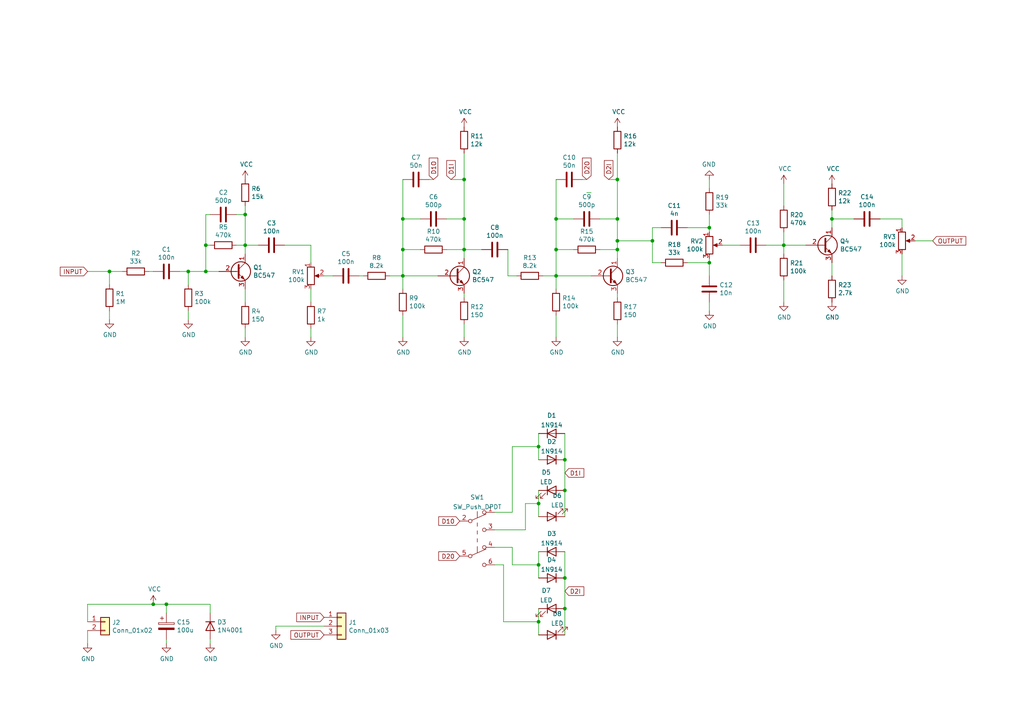
<source format=kicad_sch>
(kicad_sch (version 20211123) (generator eeschema)
  (paper "A4")
  (title_block (title "Muff Board") (rev "1") (company "Carbon Audio"))
  (lib_symbols
    (symbol "Connector_Generic:Conn_01x02" (pin_names (offset 1.016) hide)
      (property "Reference" "J" (at 0 2.54 0))
      (property "Value" "Conn_01x02" (at 0 -5.08 0))
      (symbol "Conn_01x02_1_1"
        (rectangle (start -1.27 -2.413) (end 0 -2.667) (stroke (width 0.1524)))
        (rectangle (start -1.27 0.127) (end 0 -0.127) (stroke (width 0.1524)))
        (rectangle (start -1.27 1.27) (end 1.27 -3.81) (stroke (width 0.254)) (fill (type background)))
        (pin passive line (at -5.08 0 0) (length 3.81) (name "Pin_1") (number "1"))
        (pin passive line (at -5.08 -2.54 0) (length 3.81) (name "Pin_2") (number "2"))
      )
    )
    (symbol "Connector_Generic:Conn_01x03" (pin_names (offset 1.016) hide)
      (property "Reference" "J" (at 0 5.08 0))
      (property "Value" "Conn_01x03" (at 0 -5.08 0))
      (symbol "Conn_01x03_1_1"
        (rectangle (start -1.27 -2.413) (end 0 -2.667) (stroke (width 0.1524)))
        (rectangle (start -1.27 0.127) (end 0 -0.127) (stroke (width 0.1524)))
        (rectangle (start -1.27 2.667) (end 0 2.413) (stroke (width 0.1524)))
        (rectangle (start -1.27 3.81) (end 1.27 -3.81) (stroke (width 0.254)) (fill (type background)))
        (pin passive line (at -5.08 2.54 0) (length 3.81) (name "Pin_1") (number "1"))
        (pin passive line (at -5.08 0 0) (length 3.81) (name "Pin_2") (number "2"))
        (pin passive line (at -5.08 -2.54 0) (length 3.81) (name "Pin_3") (number "3"))
      )
    )
    (symbol "Device:C" (pin_numbers hide) (pin_names (offset 0.254))
      (property "Reference" "C" (at 0.635 2.54 0))
      (property "Value" "C" (at 0.635 -2.54 0))
      (symbol "C_0_1"
        (polyline (pts (xy -2.032 -0.762) (xy 2.032 -0.762)) (stroke (width 0.508)))
        (polyline (pts (xy -2.032 0.762) (xy 2.032 0.762)) (stroke (width 0.508)))
      )
      (symbol "C_1_1"
        (pin passive line (at 0 3.81 270) (length 2.794) (name "~") (number "1"))
        (pin passive line (at 0 -3.81 90) (length 2.794) (name "~") (number "2"))
      )
    )
    (symbol "Device:CP" (pin_numbers hide) (pin_names (offset 0.254))
      (property "Reference" "C" (at 0.635 2.54 0))
      (property "Value" "Device_CP" (at 0.635 -2.54 0))
      (symbol "CP_0_1"
        (rectangle (start -2.286 0.508) (end 2.286 1.016))
        (polyline (pts (xy -1.778 2.286) (xy -0.762 2.286)))
        (polyline (pts (xy -1.27 2.794) (xy -1.27 1.778)))
        (rectangle (start 2.286 -0.508) (end -2.286 -1.016) (fill (type outline)))
      )
      (symbol "CP_1_1"
        (pin passive line (at 0 3.81 270) (length 2.794) (name "~") (number "1"))
        (pin passive line (at 0 -3.81 90) (length 2.794) (name "~") (number "2"))
      )
    )
    (symbol "Device:LED" (pin_numbers hide) (pin_names (offset 1.016) hide)
      (property "Reference" "D" (at 0 2.54 0))
      (property "Value" "LED" (at 0 -2.54 0))
      (symbol "LED_0_1"
        (polyline (pts (xy -1.27 -1.27) (xy -1.27 1.27)) (stroke (width 0.254)))
        (polyline (pts (xy -1.27 0) (xy 1.27 0)))
        (polyline (pts (xy 1.27 -1.27) (xy 1.27 1.27) (xy -1.27 0) (xy 1.27 -1.27)) (stroke (width 0.254)))
        (polyline (pts (xy -3.048 -0.762) (xy -4.572 -2.286) (xy -3.81 -2.286) (xy -4.572 -2.286) (xy -4.572 -1.524)))
        (polyline (pts (xy -1.778 -0.762) (xy -3.302 -2.286) (xy -2.54 -2.286) (xy -3.302 -2.286) (xy -3.302 -1.524)))
      )
      (symbol "LED_1_1"
        (pin passive line (at -3.81 0 0) (length 2.54) (name "K") (number "1"))
        (pin passive line (at 3.81 0 180) (length 2.54) (name "A") (number "2"))
      )
    )
    (symbol "Device:R" (pin_numbers hide) (pin_names (offset 0))
      (property "Reference" "R" (at 2.032 0 90))
      (property "Value" "R" (at 0 0 90))
      (symbol "R_0_1"
        (rectangle (start -1.016 -2.54) (end 1.016 2.54) (stroke (width 0.254)))
      )
      (symbol "R_1_1"
        (pin passive line (at 0 3.81 270) (length 1.27) (name "~") (number "1"))
        (pin passive line (at 0 -3.81 90) (length 1.27) (name "~") (number "2"))
      )
    )
    (symbol "Device:R_POT" (pin_names (offset 1.016) hide)
      (property "Reference" "RV" (at -4.445 0 90))
      (property "Value" "Device_R_POT" (at -2.54 0 90))
      (symbol "R_POT_0_1"
        (polyline (pts (xy 2.54 0) (xy 1.524 0)))
        (polyline (pts (xy 1.143 0) (xy 2.286 0.508) (xy 2.286 -0.508) (xy 1.143 0)) (fill (type outline)))
        (rectangle (start 1.016 2.54) (end -1.016 -2.54) (stroke (width 0.254)))
      )
      (symbol "R_POT_1_1"
        (pin passive line (at 0 3.81 270) (length 1.27) (name "1") (number "1"))
        (pin passive line (at 3.81 0 180) (length 1.27) (name "2") (number "2"))
        (pin passive line (at 0 -3.81 90) (length 1.27) (name "3") (number "3"))
      )
    )
    (symbol "Diode:1N4001" (pin_numbers hide) (pin_names (offset 1.016) hide)
      (property "Reference" "D" (at 0 2.54 0))
      (property "Value" "1N4001" (at 0 -2.54 0))
      (symbol "1N4001_0_1"
        (polyline (pts (xy -1.27 1.27) (xy -1.27 -1.27)) (stroke (width 0.254)))
        (polyline (pts (xy 1.27 0) (xy -1.27 0)))
        (polyline (pts (xy 1.27 1.27) (xy 1.27 -1.27) (xy -1.27 0) (xy 1.27 1.27)) (stroke (width 0.254)))
      )
      (symbol "1N4001_1_1"
        (pin passive line (at -3.81 0 0) (length 2.54) (name "K") (number "1"))
        (pin passive line (at 3.81 0 180) (length 2.54) (name "A") (number "2"))
      )
    )
    (symbol "Diode:1N914" (pin_numbers hide) (pin_names (offset 1.016) hide)
      (property "Reference" "D" (at 0 2.54 0))
      (property "Value" "1N914" (at 0 -2.54 0))
      (symbol "1N914_0_1"
        (polyline (pts (xy -1.27 1.27) (xy -1.27 -1.27)) (stroke (width 0.254)))
        (polyline (pts (xy 1.27 0) (xy -1.27 0)))
        (polyline (pts (xy 1.27 1.27) (xy 1.27 -1.27) (xy -1.27 0) (xy 1.27 1.27)) (stroke (width 0.254)))
      )
      (symbol "1N914_1_1"
        (pin passive line (at -3.81 0 0) (length 2.54) (name "K") (number "1"))
        (pin passive line (at 3.81 0 180) (length 2.54) (name "A") (number "2"))
      )
    )
    (symbol "Switch:SW_Push_DPDT" (pin_names (offset 0) hide)
      (property "Reference" "SW" (at 0 8.89 0))
      (property "Value" "SW_Push_DPDT" (at 0 -10.16 0))
      (symbol "SW_Push_DPDT_0_0"
        (circle (center -2.032 -5.08) (radius 0.508))
        (circle (center -2.032 5.08) (radius 0.508))
        (circle (center 2.032 -7.62) (radius 0.508))
        (circle (center 2.032 2.54) (radius 0.508))
      )
      (symbol "SW_Push_DPDT_0_1"
        (polyline (pts (xy -1.524 -4.826) (xy 2.54 -3.048)))
        (polyline (pts (xy -1.524 5.334) (xy 2.54 7.112)))
        (polyline (pts (xy 0 -2.286) (xy 0 -4.064)))
        (polyline (pts (xy 0 -1.016) (xy 0 0)))
        (polyline (pts (xy 0 1.27) (xy 0 2.286)))
        (polyline (pts (xy 0 3.556) (xy 0 4.572)))
        (polyline (pts (xy 0 7.874) (xy 0 6.096)))
        (circle (center 2.032 -2.54) (radius 0.508))
        (circle (center 2.032 7.62) (radius 0.508))
      )
      (symbol "SW_Push_DPDT_1_1"
        (pin passive line (at 5.08 7.62 180) (length 2.54) (name "A") (number "1"))
        (pin passive line (at -5.08 5.08 0) (length 2.54) (name "B") (number "2"))
        (pin passive line (at 5.08 2.54 180) (length 2.54) (name "C") (number "3"))
        (pin passive line (at 5.08 -2.54 180) (length 2.54) (name "A") (number "4"))
        (pin passive line (at -5.08 -5.08 0) (length 2.54) (name "B") (number "5"))
        (pin passive line (at 5.08 -7.62 180) (length 2.54) (name "C") (number "6"))
      )
    )
    (symbol "Transistor_BJT:BC547" (pin_names (offset 0) hide)
      (property "Reference" "Q" (at 5.08 1.905 0))
      (property "Value" "BC547" (at 5.08 0 0))
      (symbol "BC547_0_1"
        (polyline (pts (xy 0 0) (xy 0.635 0)))
        (polyline (pts (xy 0.635 0.635) (xy 2.54 2.54)))
        (polyline (pts (xy 0.635 -0.635) (xy 2.54 -2.54) (xy 2.54 -2.54)))
        (polyline (pts (xy 0.635 1.905) (xy 0.635 -1.905) (xy 0.635 -1.905)) (stroke (width 0.508)))
        (polyline (pts (xy 1.27 -1.778) (xy 1.778 -1.27) (xy 2.286 -2.286) (xy 1.27 -1.778) (xy 1.27 -1.778)) (fill (type outline)))
        (circle (center 1.27 0) (radius 2.8194) (stroke (width 0.254)))
      )
      (symbol "BC547_1_1"
        (pin passive line (at 2.54 5.08 270) (length 2.54) (name "C") (number "1"))
        (pin input line (at -5.08 0 0) (length 5.08) (name "B") (number "2"))
        (pin passive line (at 2.54 -5.08 90) (length 2.54) (name "E") (number "3"))
      )
    )
    (symbol "power:GND" (power) (pin_names (offset 0))
      (property "Value" "GND" (at 0 -3.81 0))
      (symbol "GND_0_1"
        (polyline (pts (xy 0 0) (xy 0 -1.27) (xy 1.27 -1.27) (xy 0 -2.54) (xy -1.27 -1.27) (xy 0 -1.27)))
      )
      (symbol "GND_1_1"
        (pin power_in line (at 0 0 270) (length 0) hide (name "GND") (number "1"))
      )
    )
    (symbol "power:VCC" (power) (pin_names (offset 0))
      (property "Value" "VCC" (at 0 3.81 0))
      (symbol "VCC_0_1"
        (polyline (pts (xy -0.762 1.27) (xy 0 2.54)))
        (polyline (pts (xy 0 0) (xy 0 2.54)))
        (polyline (pts (xy 0 2.54) (xy 0.762 1.27)))
      )
      (symbol "VCC_1_1"
        (pin power_in line (at 0 0 90) (length 0) hide (name "VCC") (number "1"))
      )
    )
  )
  (junction (at 179.07 52.07))
  (junction (at 179.07 72.39))
  (junction (at 48.26 175.26))
  (junction (at 161.29 80.01))
  (junction (at 205.74 66.04))
  (junction (at 59.69 78.74))
  (junction (at 179.07 69.85))
  (junction (at 163.83 167.64))
  (junction (at 161.29 72.39))
  (junction (at 134.62 52.07))
  (junction (at 156.21 129.54))
  (junction (at 156.21 180.34))
  (junction (at 134.62 63.5))
  (junction (at 227.33 71.12))
  (junction (at 189.23 69.85))
  (junction (at 241.3 63.5))
  (junction (at 134.62 72.39))
  (junction (at 179.07 63.5))
  (junction (at 116.84 72.39))
  (junction (at 161.29 63.5))
  (junction (at 205.74 76.2))
  (junction (at 116.84 63.5))
  (junction (at 163.83 142.24))
  (junction (at 54.61 78.74))
  (junction (at 31.75 78.74))
  (junction (at 156.21 163.83))
  (junction (at 71.12 71.12))
  (junction (at 163.83 176.53))
  (junction (at 44.45 175.26))
  (junction (at 71.12 62.23))
  (junction (at 163.83 133.35))
  (junction (at 156.21 146.05))
  (junction (at 59.69 71.12))
  (junction (at 116.84 80.01))
  (wire (pts (xy 148.59 163.83) (xy 148.59 158.75)))
  (wire (pts (xy 134.62 52.07) (xy 134.62 63.5)))
  (wire (pts (xy 189.23 76.2) (xy 191.77 76.2)))
  (wire (pts (xy 227.33 71.12) (xy 233.68 71.12)))
  (wire (pts (xy 31.75 92.71) (xy 31.75 90.17)))
  (wire (pts (xy 189.23 66.04) (xy 191.77 66.04)))
  (wire (pts (xy 161.29 80.01) (xy 171.45 80.01)))
  (wire (pts (xy 104.14 80.01) (xy 105.41 80.01)))
  (wire (pts (xy 134.62 85.09) (xy 134.62 86.36)))
  (wire (pts (xy 163.83 142.24) (xy 163.83 149.86)))
  (wire (pts (xy 227.33 81.28) (xy 227.33 87.63)))
  (wire (pts (xy 93.98 80.01) (xy 96.52 80.01)))
  (wire (pts (xy 143.51 153.67) (xy 152.4 153.67)))
  (wire (pts (xy 129.54 63.5) (xy 134.62 63.5)))
  (wire (pts (xy 261.62 63.5) (xy 261.62 66.04)))
  (wire (pts (xy 227.33 53.34) (xy 227.33 59.69)))
  (wire (pts (xy 205.74 66.04) (xy 205.74 67.31)))
  (wire (pts (xy 90.17 95.25) (xy 90.17 97.79)))
  (wire (pts (xy 179.07 72.39) (xy 179.07 74.93)))
  (wire (pts (xy 255.27 63.5) (xy 261.62 63.5)))
  (wire (pts (xy 68.58 62.23) (xy 71.12 62.23)))
  (wire (pts (xy 261.62 80.01) (xy 261.62 73.66)))
  (wire (pts (xy 241.3 80.01) (xy 241.3 76.2)))
  (wire (pts (xy 48.26 177.8) (xy 48.26 175.26)))
  (wire (pts (xy 161.29 63.5) (xy 161.29 72.39)))
  (wire (pts (xy 116.84 80.01) (xy 127 80.01)))
  (wire (pts (xy 189.23 69.85) (xy 189.23 66.04)))
  (wire (pts (xy 124.46 52.07) (xy 125.73 52.07)))
  (wire (pts (xy 90.17 71.12) (xy 90.17 76.2)))
  (wire (pts (xy 179.07 69.85) (xy 189.23 69.85)))
  (wire (pts (xy 71.12 95.25) (xy 71.12 97.79)))
  (wire (pts (xy 156.21 176.53) (xy 156.21 180.34)))
  (wire (pts (xy 59.69 62.23) (xy 59.69 71.12)))
  (wire (pts (xy 205.74 76.2) (xy 205.74 74.93)))
  (wire (pts (xy 241.3 63.5) (xy 247.65 63.5)))
  (wire (pts (xy 156.21 146.05) (xy 156.21 149.86)))
  (wire (pts (xy 31.75 82.55) (xy 31.75 78.74)))
  (wire (pts (xy 163.83 133.35) (xy 163.83 142.24)))
  (wire (pts (xy 143.51 163.83) (xy 146.05 163.83)))
  (wire (pts (xy 71.12 87.63) (xy 71.12 83.82)))
  (wire (pts (xy 129.54 72.39) (xy 134.62 72.39)))
  (wire (pts (xy 52.07 78.74) (xy 54.61 78.74)))
  (wire (pts (xy 205.74 66.04) (xy 205.74 62.23)))
  (wire (pts (xy 130.81 52.07) (xy 134.62 52.07)))
  (wire (pts (xy 161.29 80.01) (xy 161.29 72.39)))
  (wire (pts (xy 179.07 52.07) (xy 179.07 63.5)))
  (wire (pts (xy 147.32 80.01) (xy 149.86 80.01)))
  (wire (pts (xy 134.62 72.39) (xy 139.7 72.39)))
  (wire (pts (xy 25.4 78.74) (xy 31.75 78.74)))
  (wire (pts (xy 71.12 73.66) (xy 71.12 71.12)))
  (wire (pts (xy 205.74 87.63) (xy 205.74 90.17)))
  (wire (pts (xy 152.4 146.05) (xy 156.21 146.05)))
  (wire (pts (xy 173.99 63.5) (xy 179.07 63.5)))
  (wire (pts (xy 143.51 148.59) (xy 148.59 148.59)))
  (wire (pts (xy 116.84 63.5) (xy 116.84 72.39)))
  (wire (pts (xy 227.33 71.12) (xy 227.33 67.31)))
  (wire (pts (xy 241.3 63.5) (xy 241.3 60.96)))
  (wire (pts (xy 121.92 63.5) (xy 116.84 63.5)))
  (wire (pts (xy 161.29 97.79) (xy 161.29 91.44)))
  (wire (pts (xy 161.29 72.39) (xy 166.37 72.39)))
  (wire (pts (xy 25.4 186.69) (xy 25.4 182.88)))
  (wire (pts (xy 116.84 80.01) (xy 116.84 72.39)))
  (wire (pts (xy 179.07 69.85) (xy 179.07 72.39)))
  (wire (pts (xy 134.62 97.79) (xy 134.62 93.98)))
  (wire (pts (xy 156.21 129.54) (xy 156.21 133.35)))
  (wire (pts (xy 134.62 72.39) (xy 134.62 74.93)))
  (wire (pts (xy 156.21 125.73) (xy 156.21 129.54)))
  (wire (pts (xy 163.83 160.02) (xy 163.83 167.64)))
  (wire (pts (xy 227.33 73.66) (xy 227.33 71.12)))
  (wire (pts (xy 25.4 175.26) (xy 44.45 175.26)))
  (wire (pts (xy 80.01 181.61) (xy 93.98 181.61)))
  (wire (pts (xy 82.55 71.12) (xy 90.17 71.12)))
  (wire (pts (xy 71.12 62.23) (xy 71.12 59.69)))
  (wire (pts (xy 179.07 85.09) (xy 179.07 86.36)))
  (wire (pts (xy 199.39 76.2) (xy 205.74 76.2)))
  (wire (pts (xy 147.32 72.39) (xy 147.32 80.01)))
  (wire (pts (xy 189.23 76.2) (xy 189.23 69.85)))
  (wire (pts (xy 54.61 92.71) (xy 54.61 90.17)))
  (wire (pts (xy 173.99 72.39) (xy 179.07 72.39)))
  (wire (pts (xy 54.61 78.74) (xy 59.69 78.74)))
  (wire (pts (xy 157.48 80.01) (xy 161.29 80.01)))
  (wire (pts (xy 161.29 63.5) (xy 161.29 52.07)))
  (wire (pts (xy 166.37 63.5) (xy 161.29 63.5)))
  (wire (pts (xy 222.25 71.12) (xy 227.33 71.12)))
  (wire (pts (xy 48.26 185.42) (xy 48.26 186.69)))
  (wire (pts (xy 156.21 142.24) (xy 156.21 146.05)))
  (wire (pts (xy 179.07 97.79) (xy 179.07 93.98)))
  (wire (pts (xy 156.21 160.02) (xy 156.21 163.83)))
  (wire (pts (xy 146.05 163.83) (xy 146.05 180.34)))
  (wire (pts (xy 71.12 71.12) (xy 74.93 71.12)))
  (wire (pts (xy 163.83 125.73) (xy 163.83 133.35)))
  (wire (pts (xy 205.74 76.2) (xy 205.74 80.01)))
  (wire (pts (xy 146.05 180.34) (xy 156.21 180.34)))
  (wire (pts (xy 44.45 175.26) (xy 48.26 175.26)))
  (wire (pts (xy 116.84 80.01) (xy 116.84 83.82)))
  (wire (pts (xy 80.01 182.88) (xy 80.01 181.61)))
  (wire (pts (xy 116.84 97.79) (xy 116.84 91.44)))
  (wire (pts (xy 209.55 71.12) (xy 214.63 71.12)))
  (wire (pts (xy 60.96 175.26) (xy 60.96 177.8)))
  (wire (pts (xy 134.62 44.45) (xy 134.62 52.07)))
  (wire (pts (xy 199.39 66.04) (xy 205.74 66.04)))
  (wire (pts (xy 71.12 71.12) (xy 71.12 62.23)))
  (wire (pts (xy 31.75 78.74) (xy 35.56 78.74)))
  (wire (pts (xy 163.83 167.64) (xy 163.83 176.53)))
  (wire (pts (xy 43.18 78.74) (xy 44.45 78.74)))
  (wire (pts (xy 161.29 80.01) (xy 161.29 83.82)))
  (wire (pts (xy 59.69 71.12) (xy 60.96 71.12)))
  (wire (pts (xy 48.26 175.26) (xy 60.96 175.26)))
  (wire (pts (xy 176.53 52.07) (xy 179.07 52.07)))
  (wire (pts (xy 60.96 186.69) (xy 60.96 185.42)))
  (wire (pts (xy 152.4 153.67) (xy 152.4 146.05)))
  (wire (pts (xy 170.18 55.88) (xy 171.45 55.88)))
  (wire (pts (xy 156.21 163.83) (xy 148.59 163.83)))
  (wire (pts (xy 148.59 158.75) (xy 143.51 158.75)))
  (wire (pts (xy 270.51 69.85) (xy 265.43 69.85)))
  (wire (pts (xy 241.3 66.04) (xy 241.3 63.5)))
  (wire (pts (xy 168.91 52.07) (xy 170.18 52.07)))
  (wire (pts (xy 179.07 44.45) (xy 179.07 52.07)))
  (wire (pts (xy 116.84 63.5) (xy 116.84 52.07)))
  (wire (pts (xy 156.21 180.34) (xy 156.21 184.15)))
  (wire (pts (xy 148.59 129.54) (xy 148.59 148.59)))
  (wire (pts (xy 59.69 71.12) (xy 59.69 78.74)))
  (wire (pts (xy 59.69 78.74) (xy 63.5 78.74)))
  (wire (pts (xy 156.21 129.54) (xy 148.59 129.54)))
  (wire (pts (xy 54.61 78.74) (xy 54.61 82.55)))
  (wire (pts (xy 113.03 80.01) (xy 116.84 80.01)))
  (wire (pts (xy 156.21 163.83) (xy 156.21 167.64)))
  (wire (pts (xy 90.17 83.82) (xy 90.17 87.63)))
  (wire (pts (xy 179.07 63.5) (xy 179.07 69.85)))
  (wire (pts (xy 60.96 62.23) (xy 59.69 62.23)))
  (wire (pts (xy 116.84 72.39) (xy 121.92 72.39)))
  (wire (pts (xy 68.58 71.12) (xy 71.12 71.12)))
  (wire (pts (xy 163.83 176.53) (xy 163.83 184.15)))
  (wire (pts (xy 134.62 63.5) (xy 134.62 72.39)))
  (wire (pts (xy 205.74 52.07) (xy 205.74 54.61)))
  (wire (pts (xy 25.4 180.34) (xy 25.4 175.26)))
  (global_label "D2O" (shape input) (at 170.18 52.07 90) (property "Intersheet References" "${INTERSHEET_REFS}" (effects hide)))
  (global_label "D10" (shape input) (at 133.35 151.13 180) (property "Intersheet References" "${INTERSHEET_REFS}" (effects hide)))
  (global_label "OUTPUT" (shape input) (at 270.51 69.85 0) (property "Intersheet References" "${INTERSHEET_REFS}" (effects hide)))
  (global_label "D2I" (shape input) (at 176.53 52.07 90) (property "Intersheet References" "${INTERSHEET_REFS}" (effects hide)))
  (global_label "D1I" (shape input) (at 163.83 137.16 0) (property "Intersheet References" "${INTERSHEET_REFS}" (effects hide)))
  (global_label "D1I" (shape input) (at 130.81 52.07 90) (property "Intersheet References" "${INTERSHEET_REFS}" (effects hide)))
  (global_label "INPUT" (shape input) (at 25.4 78.74 180) (property "Intersheet References" "${INTERSHEET_REFS}" (effects hide)))
  (global_label "INPUT" (shape input) (at 93.98 179.07 180) (property "Intersheet References" "${INTERSHEET_REFS}" (effects hide)))
  (global_label "OUTPUT" (shape input) (at 93.98 184.15 180) (property "Intersheet References" "${INTERSHEET_REFS}" (effects hide)))
  (global_label "D2I" (shape input) (at 163.83 171.45 0) (property "Intersheet References" "${INTERSHEET_REFS}" (effects hide)))
  (global_label "D1O" (shape input) (at 125.73 52.07 90) (property "Intersheet References" "${INTERSHEET_REFS}" (effects hide)))
  (global_label "D20" (shape input) (at 133.35 161.29 180) (property "Intersheet References" "${INTERSHEET_REFS}" (effects hide)))
  (symbol (lib_id "Device:R") (at 31.75 86.36 0) (unit 1)
    (property "Reference" "R1" (at 33.528 85.1916 0) (effects (justify left)))
    (property "Value" "1M" (at 33.528 87.503 0) (effects (justify left)))
    (property "Footprint" "Resistor_THT:R_Axial_DIN0207_L6.3mm_D2.5mm_P7.62mm_Horizontal" (effects hide))
  )
  (symbol (lib_id "power:GND") (at 31.75 92.71 0) (unit 1)
    (property "Reference" "#PWR0101" (effects hide))
    (property "Value" "GND" (at 31.877 97.1042 0))
  )
  (symbol (lib_id "Device:R") (at 39.37 78.74 270) (unit 1)
    (property "Reference" "R2" (at 39.37 73.4822 90))
    (property "Value" "33k" (at 39.37 75.7936 90))
    (property "Footprint" "Resistor_THT:R_Axial_DIN0207_L6.3mm_D2.5mm_P7.62mm_Horizontal" (effects hide))
  )
  (symbol (lib_id "Device:C") (at 48.26 78.74 270) (unit 1)
    (property "Reference" "C1" (at 48.26 72.3392 90))
    (property "Value" "100n" (at 48.26 74.6506 90))
    (property "Footprint" "Capacitor_THT:C_Rect_L7.0mm_W2.5mm_P5.00mm" (effects hide))
  )
  (symbol (lib_id "Transistor_BJT:BC547") (at 68.58 78.74 0) (unit 1)
    (property "Reference" "Q1" (at 73.4314 77.5716 0) (effects (justify left)))
    (property "Value" "BC547" (at 73.4314 79.883 0) (effects (justify left)))
    (property "Footprint" "Package_TO_SOT_THT:TO-92_Inline" (effects hide))
    (property "Datasheet" "https://www.onsemi.com/pub/Collateral/BC550-D.pdf" (effects hide))
  )
  (symbol (lib_id "Device:R") (at 54.61 86.36 0) (unit 1)
    (property "Reference" "R3" (at 56.388 85.1916 0) (effects (justify left)))
    (property "Value" "100k" (at 56.388 87.503 0) (effects (justify left)))
    (property "Footprint" "Resistor_THT:R_Axial_DIN0207_L6.3mm_D2.5mm_P7.62mm_Horizontal" (effects hide))
  )
  (symbol (lib_id "Device:R") (at 71.12 91.44 0) (unit 1)
    (property "Reference" "R4" (at 72.898 90.2716 0) (effects (justify left)))
    (property "Value" "150" (at 72.898 92.583 0) (effects (justify left)))
    (property "Footprint" "Resistor_THT:R_Axial_DIN0207_L6.3mm_D2.5mm_P7.62mm_Horizontal" (effects hide))
  )
  (symbol (lib_id "power:GND") (at 54.61 92.71 0) (unit 1)
    (property "Reference" "#PWR0102" (effects hide))
    (property "Value" "GND" (at 54.737 97.1042 0))
  )
  (symbol (lib_id "power:GND") (at 71.12 97.79 0) (unit 1)
    (property "Reference" "#PWR0103" (effects hide))
    (property "Value" "GND" (at 71.247 102.1842 0))
  )
  (symbol (lib_id "Device:R") (at 64.77 71.12 270) (unit 1)
    (property "Reference" "R5" (at 64.77 65.8622 90))
    (property "Value" "470k" (at 64.77 68.1736 90))
    (property "Footprint" "Resistor_THT:R_Axial_DIN0207_L6.3mm_D2.5mm_P7.62mm_Horizontal" (effects hide))
  )
  (symbol (lib_id "Device:C") (at 64.77 62.23 270) (unit 1)
    (property "Reference" "C2" (at 64.77 55.8292 90))
    (property "Value" "500p" (at 64.77 58.1406 90))
    (property "Footprint" "Capacitor_THT:C_Axial_L3.8mm_D2.6mm_P7.50mm_Horizontal" (effects hide))
  )
  (symbol (lib_id "Device:R") (at 71.12 55.88 0) (unit 1)
    (property "Reference" "R6" (at 72.898 54.7116 0) (effects (justify left)))
    (property "Value" "15k" (at 72.898 57.023 0) (effects (justify left)))
    (property "Footprint" "Resistor_THT:R_Axial_DIN0207_L6.3mm_D2.5mm_P7.62mm_Horizontal" (effects hide))
  )
  (symbol (lib_id "Device:C") (at 78.74 71.12 270) (unit 1)
    (property "Reference" "C3" (at 78.74 64.7192 90))
    (property "Value" "100n" (at 78.74 67.0306 90))
    (property "Footprint" "Capacitor_THT:C_Rect_L7.0mm_W2.5mm_P5.00mm" (effects hide))
  )
  (symbol (lib_id "Device:R_POT") (at 90.17 80.01 0) (unit 1)
    (property "Reference" "RV1" (at 88.4174 78.8416 0) (effects (justify right)))
    (property "Value" "100k" (at 88.4174 81.153 0) (effects (justify right)))
    (property "Footprint" "Potentiometer_THT:Potentiometer_Omeg_PC16BU_Vertical" (effects hide))
  )
  (symbol (lib_id "Device:R") (at 90.17 91.44 0) (unit 1)
    (property "Reference" "R7" (at 91.948 90.2716 0) (effects (justify left)))
    (property "Value" "1k" (at 91.948 92.583 0) (effects (justify left)))
    (property "Footprint" "Resistor_THT:R_Axial_DIN0207_L6.3mm_D2.5mm_P7.62mm_Horizontal" (effects hide))
  )
  (symbol (lib_id "power:GND") (at 90.17 97.79 0) (unit 1)
    (property "Reference" "#PWR0104" (effects hide))
    (property "Value" "GND" (at 90.297 102.1842 0))
  )
  (symbol (lib_id "Device:C") (at 100.33 80.01 270) (unit 1)
    (property "Reference" "C5" (at 100.33 73.6092 90))
    (property "Value" "100n" (at 100.33 75.9206 90))
    (property "Footprint" "Capacitor_THT:C_Rect_L7.0mm_W2.5mm_P5.00mm" (effects hide))
  )
  (symbol (lib_id "Device:R") (at 109.22 80.01 270) (unit 1)
    (property "Reference" "R8" (at 109.22 74.7522 90))
    (property "Value" "8.2k" (at 109.22 77.0636 90))
    (property "Footprint" "Resistor_THT:R_Axial_DIN0207_L6.3mm_D2.5mm_P7.62mm_Horizontal" (effects hide))
  )
  (symbol (lib_id "Device:R") (at 116.84 87.63 0) (unit 1)
    (property "Reference" "R9" (at 118.618 86.4616 0) (effects (justify left)))
    (property "Value" "100k" (at 118.618 88.773 0) (effects (justify left)))
    (property "Footprint" "Resistor_THT:R_Axial_DIN0207_L6.3mm_D2.5mm_P7.62mm_Horizontal" (effects hide))
  )
  (symbol (lib_id "Transistor_BJT:BC547") (at 132.08 80.01 0) (unit 1)
    (property "Reference" "Q2" (at 136.9314 78.8416 0) (effects (justify left)))
    (property "Value" "BC547" (at 136.9314 81.153 0) (effects (justify left)))
    (property "Footprint" "Package_TO_SOT_THT:TO-92_Inline" (effects hide))
    (property "Datasheet" "https://www.onsemi.com/pub/Collateral/BC550-D.pdf" (effects hide))
  )
  (symbol (lib_id "Device:R") (at 125.73 72.39 270) (unit 1)
    (property "Reference" "R10" (at 125.73 67.1322 90))
    (property "Value" "470k" (at 125.73 69.4436 90))
    (property "Footprint" "Resistor_THT:R_Axial_DIN0207_L6.3mm_D2.5mm_P7.62mm_Horizontal" (effects hide))
  )
  (symbol (lib_id "Device:C") (at 125.73 63.5 270) (unit 1)
    (property "Reference" "C6" (at 125.73 57.0992 90))
    (property "Value" "500p" (at 125.73 59.4106 90))
    (property "Footprint" "Capacitor_THT:C_Axial_L3.8mm_D2.6mm_P7.50mm_Horizontal" (effects hide))
  )
  (symbol (lib_id "Device:C") (at 120.65 52.07 270) (unit 1)
    (property "Reference" "C7" (at 120.65 45.6692 90))
    (property "Value" "50n" (at 120.65 47.9806 90))
    (property "Footprint" "Capacitor_THT:C_Rect_L7.0mm_W2.5mm_P5.00mm" (effects hide))
  )
  (symbol (lib_id "Device:R") (at 134.62 40.64 0) (unit 1)
    (property "Reference" "R11" (at 136.398 39.4716 0) (effects (justify left)))
    (property "Value" "12k" (at 136.398 41.783 0) (effects (justify left)))
    (property "Footprint" "Resistor_THT:R_Axial_DIN0207_L6.3mm_D2.5mm_P7.62mm_Horizontal" (effects hide))
  )
  (symbol (lib_id "Device:R") (at 134.62 90.17 0) (unit 1)
    (property "Reference" "R12" (at 136.398 89.0016 0) (effects (justify left)))
    (property "Value" "150" (at 136.398 91.313 0) (effects (justify left)))
    (property "Footprint" "Resistor_THT:R_Axial_DIN0207_L6.3mm_D2.5mm_P7.62mm_Horizontal" (effects hide))
  )
  (symbol (lib_id "power:GND") (at 116.84 97.79 0) (unit 1)
    (property "Reference" "#PWR0105" (effects hide))
    (property "Value" "GND" (at 116.967 102.1842 0))
  )
  (symbol (lib_id "power:GND") (at 134.62 97.79 0) (unit 1)
    (property "Reference" "#PWR0106" (effects hide))
    (property "Value" "GND" (at 134.747 102.1842 0))
  )
  (symbol (lib_id "Device:C") (at 143.51 72.39 270) (unit 1)
    (property "Reference" "C8" (at 143.51 65.9892 90))
    (property "Value" "100n" (at 143.51 68.3006 90))
    (property "Footprint" "Capacitor_THT:C_Rect_L7.0mm_W2.5mm_P5.00mm" (effects hide))
  )
  (symbol (lib_id "Device:R") (at 153.67 80.01 270) (unit 1)
    (property "Reference" "R13" (at 153.67 74.7522 90))
    (property "Value" "8.2k" (at 153.67 77.0636 90))
    (property "Footprint" "Resistor_THT:R_Axial_DIN0207_L6.3mm_D2.5mm_P7.62mm_Horizontal" (effects hide))
  )
  (symbol (lib_id "Device:R") (at 161.29 87.63 0) (unit 1)
    (property "Reference" "R14" (at 163.068 86.4616 0) (effects (justify left)))
    (property "Value" "100k" (at 163.068 88.773 0) (effects (justify left)))
    (property "Footprint" "Resistor_THT:R_Axial_DIN0207_L6.3mm_D2.5mm_P7.62mm_Horizontal" (effects hide))
  )
  (symbol (lib_id "Transistor_BJT:BC547") (at 176.53 80.01 0) (unit 1)
    (property "Reference" "Q3" (at 181.3814 78.8416 0) (effects (justify left)))
    (property "Value" "BC547" (at 181.3814 81.153 0) (effects (justify left)))
    (property "Footprint" "Package_TO_SOT_THT:TO-92_Inline" (effects hide))
    (property "Datasheet" "https://www.onsemi.com/pub/Collateral/BC550-D.pdf" (effects hide))
  )
  (symbol (lib_id "Device:R") (at 170.18 72.39 270) (unit 1)
    (property "Reference" "R15" (at 170.18 67.1322 90))
    (property "Value" "470k" (at 170.18 69.4436 90))
    (property "Footprint" "Resistor_THT:R_Axial_DIN0207_L6.3mm_D2.5mm_P7.62mm_Horizontal" (effects hide))
  )
  (symbol (lib_id "Device:C") (at 170.18 63.5 270) (unit 1)
    (property "Reference" "C9" (at 170.18 57.0992 90))
    (property "Value" "500p" (at 170.18 59.4106 90))
    (property "Footprint" "Capacitor_THT:C_Axial_L3.8mm_D2.6mm_P7.50mm_Horizontal" (effects hide))
  )
  (symbol (lib_id "Device:C") (at 165.1 52.07 270) (unit 1)
    (property "Reference" "C10" (at 165.1 45.6692 90))
    (property "Value" "50n" (at 165.1 47.9806 90))
    (property "Footprint" "Capacitor_THT:C_Rect_L7.0mm_W2.5mm_P5.00mm" (effects hide))
  )
  (symbol (lib_id "Device:R") (at 179.07 40.64 0) (unit 1)
    (property "Reference" "R16" (at 180.848 39.4716 0) (effects (justify left)))
    (property "Value" "12k" (at 180.848 41.783 0) (effects (justify left)))
    (property "Footprint" "Resistor_THT:R_Axial_DIN0207_L6.3mm_D2.5mm_P7.62mm_Horizontal" (effects hide))
  )
  (symbol (lib_id "Device:R") (at 179.07 90.17 0) (unit 1)
    (property "Reference" "R17" (at 180.848 89.0016 0) (effects (justify left)))
    (property "Value" "150" (at 180.848 91.313 0) (effects (justify left)))
    (property "Footprint" "Resistor_THT:R_Axial_DIN0207_L6.3mm_D2.5mm_P7.62mm_Horizontal" (effects hide))
  )
  (symbol (lib_id "power:GND") (at 161.29 97.79 0) (unit 1)
    (property "Reference" "#PWR0107" (effects hide))
    (property "Value" "GND" (at 161.417 102.1842 0))
  )
  (symbol (lib_id "power:GND") (at 179.07 97.79 0) (unit 1)
    (property "Reference" "#PWR0108" (effects hide))
    (property "Value" "GND" (at 179.197 102.1842 0))
  )
  (symbol (lib_id "Device:C") (at 195.58 66.04 270) (unit 1)
    (property "Reference" "C11" (at 195.58 59.6392 90))
    (property "Value" "4n" (at 195.58 61.9506 90))
    (property "Footprint" "Capacitor_THT:C_Rect_L7.0mm_W2.5mm_P5.00mm" (effects hide))
  )
  (symbol (lib_id "Device:R") (at 195.58 76.2 270) (unit 1)
    (property "Reference" "R18" (at 195.58 70.9422 90))
    (property "Value" "33k" (at 195.58 73.2536 90))
    (property "Footprint" "Resistor_THT:R_Axial_DIN0207_L6.3mm_D2.5mm_P7.62mm_Horizontal" (effects hide))
  )
  (symbol (lib_id "Device:R_POT") (at 205.74 71.12 0) (unit 1)
    (property "Reference" "RV2" (at 203.9874 69.9516 0) (effects (justify right)))
    (property "Value" "100k" (at 203.9874 72.263 0) (effects (justify right)))
    (property "Footprint" "Potentiometer_THT:Potentiometer_Omeg_PC16BU_Vertical" (effects hide))
  )
  (symbol (lib_id "Device:R") (at 205.74 58.42 0) (unit 1)
    (property "Reference" "R19" (at 207.518 57.2516 0) (effects (justify left)))
    (property "Value" "33k" (at 207.518 59.563 0) (effects (justify left)))
    (property "Footprint" "Resistor_THT:R_Axial_DIN0207_L6.3mm_D2.5mm_P7.62mm_Horizontal" (effects hide))
  )
  (symbol (lib_id "Device:C") (at 205.74 83.82 0) (unit 1)
    (property "Reference" "C12" (at 208.661 82.6516 0) (effects (justify left)))
    (property "Value" "10n" (at 208.661 84.963 0) (effects (justify left)))
    (property "Footprint" "Capacitor_THT:C_Rect_L7.0mm_W2.5mm_P5.00mm" (effects hide))
  )
  (symbol (lib_id "power:GND") (at 205.74 90.17 0) (unit 1)
    (property "Reference" "#PWR0109" (effects hide))
    (property "Value" "GND" (at 205.867 94.5642 0))
  )
  (symbol (lib_id "power:GND") (at 205.74 52.07 180) (unit 1)
    (property "Reference" "#PWR0110" (effects hide))
    (property "Value" "GND" (at 205.613 47.6758 0))
  )
  (symbol (lib_id "Device:C") (at 218.44 71.12 90) (unit 1)
    (property "Reference" "C13" (at 218.44 64.7192 90))
    (property "Value" "100n" (at 218.44 67.0306 90))
    (property "Footprint" "Capacitor_THT:C_Rect_L7.0mm_W2.5mm_P5.00mm" (effects hide))
  )
  (symbol (lib_id "Device:R") (at 227.33 63.5 0) (unit 1)
    (property "Reference" "R20" (at 229.108 62.3316 0) (effects (justify left)))
    (property "Value" "470k" (at 229.108 64.643 0) (effects (justify left)))
    (property "Footprint" "Resistor_THT:R_Axial_DIN0207_L6.3mm_D2.5mm_P7.62mm_Horizontal" (effects hide))
  )
  (symbol (lib_id "Device:R") (at 227.33 77.47 0) (unit 1)
    (property "Reference" "R21" (at 229.108 76.3016 0) (effects (justify left)))
    (property "Value" "100k" (at 229.108 78.613 0) (effects (justify left)))
    (property "Footprint" "Resistor_THT:R_Axial_DIN0207_L6.3mm_D2.5mm_P7.62mm_Horizontal" (effects hide))
  )
  (symbol (lib_id "power:GND") (at 227.33 87.63 0) (unit 1)
    (property "Reference" "#PWR0111" (effects hide))
    (property "Value" "GND" (at 227.457 92.0242 0))
  )
  (symbol (lib_id "Transistor_BJT:BC547") (at 238.76 71.12 0) (unit 1)
    (property "Reference" "Q4" (at 243.6114 69.9516 0) (effects (justify left)))
    (property "Value" "BC547" (at 243.6114 72.263 0) (effects (justify left)))
    (property "Footprint" "Package_TO_SOT_THT:TO-92_Inline" (effects hide))
    (property "Datasheet" "https://www.onsemi.com/pub/Collateral/BC550-D.pdf" (effects hide))
  )
  (symbol (lib_id "Device:R") (at 241.3 83.82 0) (unit 1)
    (property "Reference" "R23" (at 243.078 82.6516 0) (effects (justify left)))
    (property "Value" "2.7k" (at 243.078 84.963 0) (effects (justify left)))
    (property "Footprint" "Resistor_THT:R_Axial_DIN0207_L6.3mm_D2.5mm_P7.62mm_Horizontal" (effects hide))
  )
  (symbol (lib_id "Device:R") (at 241.3 57.15 0) (unit 1)
    (property "Reference" "R22" (at 243.078 55.9816 0) (effects (justify left)))
    (property "Value" "12k" (at 243.078 58.293 0) (effects (justify left)))
    (property "Footprint" "Resistor_THT:R_Axial_DIN0207_L6.3mm_D2.5mm_P7.62mm_Horizontal" (effects hide))
  )
  (symbol (lib_id "Device:C") (at 251.46 63.5 270) (unit 1)
    (property "Reference" "C14" (at 251.46 57.0992 90))
    (property "Value" "100n" (at 251.46 59.4106 90))
    (property "Footprint" "Capacitor_THT:C_Rect_L7.0mm_W2.5mm_P5.00mm" (effects hide))
  )
  (symbol (lib_id "power:GND") (at 241.3 87.63 0) (unit 1)
    (property "Reference" "#PWR0112" (effects hide))
    (property "Value" "GND" (at 241.427 92.0242 0))
  )
  (symbol (lib_id "Device:R_POT") (at 261.62 69.85 0) (unit 1)
    (property "Reference" "RV3" (at 259.8674 68.6816 0) (effects (justify right)))
    (property "Value" "100k" (at 259.8674 70.993 0) (effects (justify right)))
    (property "Footprint" "Potentiometer_THT:Potentiometer_Omeg_PC16BU_Vertical" (effects hide))
  )
  (symbol (lib_id "power:GND") (at 261.62 80.01 0) (unit 1)
    (property "Reference" "#PWR0113" (effects hide))
    (property "Value" "GND" (at 261.747 84.4042 0))
  )
  (symbol (lib_id "Device:CP") (at 48.26 181.61 0) (unit 1)
    (property "Reference" "C15" (at 51.2572 180.4416 0) (effects (justify left)))
    (property "Value" "100u" (at 51.2572 182.753 0) (effects (justify left)))
    (property "Footprint" "Capacitor_THT:CP_Radial_D8.0mm_P5.00mm" (effects hide))
  )
  (symbol (lib_id "Diode:1N4001") (at 60.96 181.61 270) (unit 1)
    (property "Reference" "D3" (at 62.992 180.4416 90) (effects (justify left)))
    (property "Value" "1N4001" (at 62.992 182.753 90) (effects (justify left)))
    (property "Footprint" "Diode_THT:D_DO-41_SOD81_P10.16mm_Horizontal" (effects hide))
    (property "Datasheet" "http://www.vishay.com/docs/88503/1n4001.pdf" (effects hide))
  )
  (symbol (lib_id "power:GND") (at 48.26 186.69 0) (unit 1)
    (property "Reference" "#PWR0114" (effects hide))
    (property "Value" "GND" (at 48.387 191.0842 0))
  )
  (symbol (lib_id "power:GND") (at 60.96 186.69 0) (unit 1)
    (property "Reference" "#PWR0115" (effects hide))
    (property "Value" "GND" (at 61.087 191.0842 0))
  )
  (symbol (lib_id "power:VCC") (at 71.12 52.07 0) (unit 1)
    (property "Reference" "#PWR0116" (effects hide))
    (property "Value" "VCC" (at 71.501 47.6758 0))
  )
  (symbol (lib_id "power:VCC") (at 134.62 36.83 0) (unit 1)
    (property "Reference" "#PWR0117" (effects hide))
    (property "Value" "VCC" (at 135.001 32.4358 0))
  )
  (symbol (lib_id "power:VCC") (at 179.07 36.83 0) (unit 1)
    (property "Reference" "#PWR0118" (effects hide))
    (property "Value" "VCC" (at 179.451 32.4358 0))
  )
  (symbol (lib_id "power:VCC") (at 241.3 53.34 0) (unit 1)
    (property "Reference" "#PWR0119" (effects hide))
    (property "Value" "VCC" (at 241.681 48.9458 0))
  )
  (symbol (lib_id "power:VCC") (at 227.33 53.34 0) (unit 1)
    (property "Reference" "#PWR0120" (effects hide))
    (property "Value" "VCC" (at 227.711 48.9458 0))
  )
  (symbol (lib_id "power:VCC") (at 44.45 175.26 0) (unit 1)
    (property "Reference" "#PWR0121" (effects hide))
    (property "Value" "VCC" (at 44.831 170.8658 0))
  )
  (symbol (lib_id "Connector_Generic:Conn_01x03") (at 99.06 181.61 0) (unit 1)
    (property "Reference" "J1" (at 101.092 180.5432 0) (effects (justify left)))
    (property "Value" "Conn_01x03" (at 101.092 182.8546 0) (effects (justify left)))
    (property "Footprint" "Connector_PinHeader_2.54mm:PinHeader_1x03_P2.54mm_Vertical" (effects hide))
  )
  (symbol (lib_id "Connector_Generic:Conn_01x02") (at 30.48 180.34 0) (unit 1)
    (property "Reference" "J2" (at 32.512 180.5432 0) (effects (justify left)))
    (property "Value" "Conn_01x02" (at 32.512 182.8546 0) (effects (justify left)))
    (property "Footprint" "Connector_PinHeader_2.54mm:PinHeader_1x02_P2.54mm_Vertical" (effects hide))
  )
  (symbol (lib_id "power:GND") (at 25.4 186.69 0) (unit 1)
    (property "Reference" "#PWR0122" (effects hide))
    (property "Value" "GND" (at 25.527 191.0842 0))
  )
  (symbol (lib_id "power:GND") (at 80.01 182.88 0) (unit 1)
    (property "Reference" "#PWR0123" (effects hide))
    (property "Value" "GND" (at 80.137 187.2742 0))
  )
  (symbol (lib_id "Diode:1N914") (at 160.02 125.73 0) (unit 1)
    (property "Reference" "D1" (at 160.02 120.4935 0))
    (property "Value" "1N914" (at 160.02 123.2686 0))
    (property "Footprint" "Diode_THT:D_DO-35_SOD27_P7.62mm_Horizontal" (effects hide))
    (property "Datasheet" "http://www.vishay.com/docs/85622/1n914.pdf" (effects hide))
  )
  (symbol (lib_id "Device:LED") (at 160.02 142.24 0) (unit 1)
    (property "Reference" "D5" (at 158.4325 137.0035 0))
    (property "Value" "LED" (at 158.4325 139.7786 0))
  )
  (symbol (lib_id "Diode:1N914") (at 160.02 133.35 180) (unit 1)
    (property "Reference" "D2" (at 160.02 128.1135 0))
    (property "Value" "1N914" (at 160.02 130.8886 0))
    (property "Footprint" "Diode_THT:D_DO-35_SOD27_P7.62mm_Horizontal" (effects hide))
    (property "Datasheet" "http://www.vishay.com/docs/85622/1n914.pdf" (effects hide))
  )
  (symbol (lib_id "Diode:1N914") (at 160.02 160.02 0) (unit 1)
    (property "Reference" "D3" (at 160.02 154.7835 0))
    (property "Value" "1N914" (at 160.02 157.5586 0))
    (property "Footprint" "Diode_THT:D_DO-35_SOD27_P7.62mm_Horizontal" (effects hide))
    (property "Datasheet" "http://www.vishay.com/docs/85622/1n914.pdf" (effects hide))
  )
  (symbol (lib_id "Device:LED") (at 160.02 184.15 180) (unit 1)
    (property "Reference" "D8" (at 161.6075 178.0245 0))
    (property "Value" "LED" (at 161.6075 180.7996 0))
  )
  (symbol (lib_id "Switch:SW_Push_DPDT") (at 138.43 156.21 0) (unit 1)
    (property "Reference" "SW1" (at 138.43 144.2425 0))
    (property "Value" "SW_Push_DPDT" (at 138.43 147.0176 0))
  )
  (symbol (lib_id "Diode:1N914") (at 160.02 167.64 180) (unit 1)
    (property "Reference" "D4" (at 160.02 162.4035 0))
    (property "Value" "1N914" (at 160.02 165.1786 0))
    (property "Footprint" "Diode_THT:D_DO-35_SOD27_P7.62mm_Horizontal" (effects hide))
    (property "Datasheet" "http://www.vishay.com/docs/85622/1n914.pdf" (effects hide))
  )
  (symbol (lib_id "Device:LED") (at 160.02 176.53 0) (unit 1)
    (property "Reference" "D7" (at 158.4325 171.2935 0))
    (property "Value" "LED" (at 158.4325 174.0686 0))
  )
  (symbol (lib_id "Device:LED") (at 160.02 149.86 180) (unit 1)
    (property "Reference" "D6" (at 161.6075 143.7345 0))
    (property "Value" "LED" (at 161.6075 146.5096 0))
  )
)
</source>
